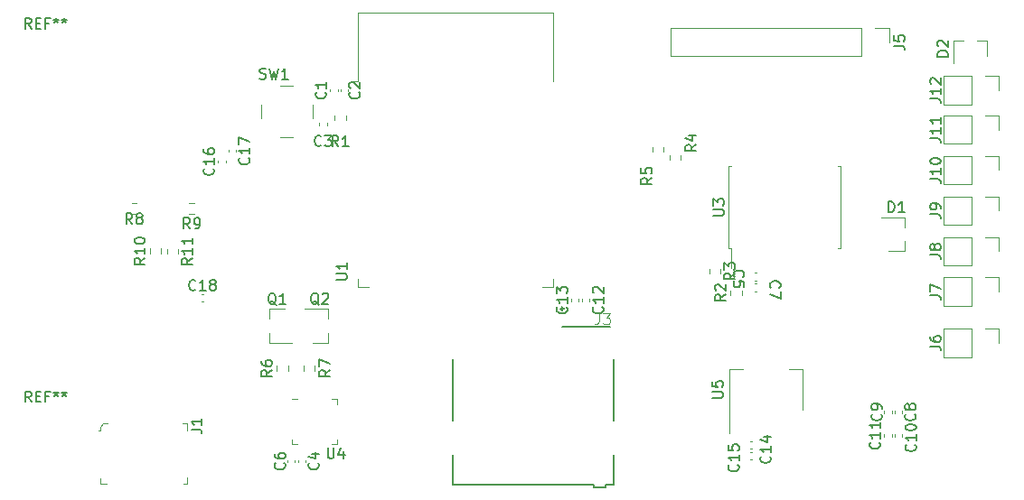
<source format=gbr>
%TF.GenerationSoftware,KiCad,Pcbnew,(5.1.8)-1*%
%TF.CreationDate,2021-03-10T15:17:51+00:00*%
%TF.ProjectId,Project_2_smaller,50726f6a-6563-4745-9f32-5f736d616c6c,rev?*%
%TF.SameCoordinates,Original*%
%TF.FileFunction,Legend,Top*%
%TF.FilePolarity,Positive*%
%FSLAX46Y46*%
G04 Gerber Fmt 4.6, Leading zero omitted, Abs format (unit mm)*
G04 Created by KiCad (PCBNEW (5.1.8)-1) date 2021-03-10 15:17:51*
%MOMM*%
%LPD*%
G01*
G04 APERTURE LIST*
%ADD10C,0.100000*%
%ADD11C,0.200000*%
%ADD12C,0.240000*%
%ADD13C,0.120000*%
%ADD14C,0.150000*%
%ADD15C,0.015000*%
G04 APERTURE END LIST*
D10*
%TO.C,J1*%
X112600000Y-139400000D02*
X112600000Y-139950000D01*
X112600000Y-139950000D02*
X113250000Y-139950000D01*
X120800000Y-139350000D02*
X120800000Y-139950000D01*
X120800000Y-139950000D02*
X120400000Y-139950000D01*
X120300000Y-134250000D02*
X120800000Y-134250000D01*
X120800000Y-134250000D02*
X120800000Y-134950000D01*
X113350000Y-134250000D02*
X112900000Y-134250000D01*
X112900000Y-134250000D02*
X112600000Y-134600000D01*
X112600000Y-134600000D02*
X112600000Y-134900000D01*
X112600000Y-134900000D02*
X112450000Y-134900000D01*
D11*
%TO.C,J3*%
X160700000Y-139980000D02*
X160700000Y-137200000D01*
X160000000Y-139980000D02*
X160700000Y-139980000D01*
X160000000Y-140230000D02*
X160000000Y-139980000D01*
X158900000Y-140230000D02*
X160000000Y-140230000D01*
X158900000Y-139980000D02*
X158900000Y-140230000D01*
D12*
X156020000Y-123500000D02*
G75*
G03*
X156020000Y-123500000I-120000J0D01*
G01*
D11*
X160700000Y-134000000D02*
X160700000Y-128200000D01*
X155900000Y-125230000D02*
X160400000Y-125230000D01*
X145650000Y-134000000D02*
X145650000Y-128200000D01*
X145650000Y-139980000D02*
X145650000Y-137200000D01*
X145650000Y-139980000D02*
X158900000Y-139980000D01*
D13*
%TO.C,R7*%
X131677500Y-129337258D02*
X131677500Y-128862742D01*
X132722500Y-129337258D02*
X132722500Y-128862742D01*
%TO.C,C1*%
X134140000Y-103122835D02*
X134140000Y-102907163D01*
X134860000Y-103122835D02*
X134860000Y-102907163D01*
%TO.C,C2*%
X135115001Y-103122835D02*
X135115001Y-102907163D01*
X135835001Y-103122835D02*
X135835001Y-102907163D01*
%TO.C,C3*%
X133140000Y-106307836D02*
X133140000Y-106092164D01*
X133860000Y-106307836D02*
X133860000Y-106092164D01*
%TO.C,C4*%
X131140000Y-137692164D02*
X131140000Y-137907836D01*
X131860000Y-137692164D02*
X131860000Y-137907836D01*
%TO.C,C5*%
X173892164Y-120860000D02*
X174107836Y-120860000D01*
X173892164Y-120140000D02*
X174107836Y-120140000D01*
%TO.C,C6*%
X130860000Y-137692164D02*
X130860000Y-137907836D01*
X130140000Y-137692164D02*
X130140000Y-137907836D01*
%TO.C,C7*%
X173892164Y-121140000D02*
X174107836Y-121140000D01*
X173892164Y-121860000D02*
X174107836Y-121860000D01*
%TO.C,C8*%
X187760000Y-133092164D02*
X187760000Y-133307836D01*
X187040000Y-133092164D02*
X187040000Y-133307836D01*
%TO.C,C9*%
X186760000Y-133092164D02*
X186760000Y-133307836D01*
X186040000Y-133092164D02*
X186040000Y-133307836D01*
%TO.C,C10*%
X187040000Y-135507836D02*
X187040000Y-135292164D01*
X187760000Y-135507836D02*
X187760000Y-135292164D01*
%TO.C,C11*%
X186760000Y-135507836D02*
X186760000Y-135292164D01*
X186040000Y-135507836D02*
X186040000Y-135292164D01*
%TO.C,C12*%
X158460000Y-122807836D02*
X158460000Y-122592164D01*
X157740000Y-122807836D02*
X157740000Y-122592164D01*
%TO.C,C13*%
X156725001Y-122807836D02*
X156725001Y-122592164D01*
X157445001Y-122807836D02*
X157445001Y-122592164D01*
%TO.C,C14*%
X173707836Y-135940000D02*
X173492164Y-135940000D01*
X173707836Y-136660000D02*
X173492164Y-136660000D01*
%TO.C,C15*%
X173707836Y-137660000D02*
X173492164Y-137660000D01*
X173707836Y-136940000D02*
X173492164Y-136940000D01*
%TO.C,C16*%
X124360000Y-109807836D02*
X124360000Y-109592164D01*
X123640000Y-109807836D02*
X123640000Y-109592164D01*
%TO.C,C17*%
X125360000Y-108592164D02*
X125360000Y-108807836D01*
X124640000Y-108592164D02*
X124640000Y-108807836D01*
%TO.C,C18*%
X122092164Y-122860000D02*
X122307836Y-122860000D01*
X122092164Y-122140000D02*
X122307836Y-122140000D01*
%TO.C,D1*%
X187960000Y-118080000D02*
X187960000Y-117150000D01*
X187960000Y-114920000D02*
X187960000Y-115850000D01*
X187960000Y-114920000D02*
X185800000Y-114920000D01*
X187960000Y-118080000D02*
X186500000Y-118080000D01*
%TO.C,D2*%
X195680000Y-98340000D02*
X195680000Y-99800000D01*
X192520000Y-98340000D02*
X192520000Y-100500000D01*
X192520000Y-98340000D02*
X193450000Y-98340000D01*
X195680000Y-98340000D02*
X194750000Y-98340000D01*
%TO.C,J5*%
X186530000Y-97170000D02*
X186530000Y-98500000D01*
X185200000Y-97170000D02*
X186530000Y-97170000D01*
X183930000Y-97170000D02*
X183930000Y-99830000D01*
X183930000Y-99830000D02*
X166090000Y-99830000D01*
X183930000Y-97170000D02*
X166090000Y-97170000D01*
X166090000Y-97170000D02*
X166090000Y-99830000D01*
%TO.C,J6*%
X196830000Y-125370000D02*
X196830000Y-126700000D01*
X195500000Y-125370000D02*
X196830000Y-125370000D01*
X194230000Y-125370000D02*
X194230000Y-128030000D01*
X194230000Y-128030000D02*
X191630000Y-128030000D01*
X194230000Y-125370000D02*
X191630000Y-125370000D01*
X191630000Y-125370000D02*
X191630000Y-128030000D01*
%TO.C,J7*%
X196830000Y-120570000D02*
X196830000Y-121900000D01*
X195500000Y-120570000D02*
X196830000Y-120570000D01*
X194230000Y-120570000D02*
X194230000Y-123230000D01*
X194230000Y-123230000D02*
X191630000Y-123230000D01*
X194230000Y-120570000D02*
X191630000Y-120570000D01*
X191630000Y-120570000D02*
X191630000Y-123230000D01*
%TO.C,J8*%
X191630000Y-116770000D02*
X191630000Y-119430000D01*
X194230000Y-116770000D02*
X191630000Y-116770000D01*
X194230000Y-119430000D02*
X191630000Y-119430000D01*
X194230000Y-116770000D02*
X194230000Y-119430000D01*
X195500000Y-116770000D02*
X196830000Y-116770000D01*
X196830000Y-116770000D02*
X196830000Y-118100000D01*
%TO.C,J9*%
X196830000Y-112970000D02*
X196830000Y-114300000D01*
X195500000Y-112970000D02*
X196830000Y-112970000D01*
X194230000Y-112970000D02*
X194230000Y-115630000D01*
X194230000Y-115630000D02*
X191630000Y-115630000D01*
X194230000Y-112970000D02*
X191630000Y-112970000D01*
X191630000Y-112970000D02*
X191630000Y-115630000D01*
%TO.C,J10*%
X196830000Y-109170000D02*
X196830000Y-110500000D01*
X195500000Y-109170000D02*
X196830000Y-109170000D01*
X194230000Y-109170000D02*
X194230000Y-111830000D01*
X194230000Y-111830000D02*
X191630000Y-111830000D01*
X194230000Y-109170000D02*
X191630000Y-109170000D01*
X191630000Y-109170000D02*
X191630000Y-111830000D01*
%TO.C,J11*%
X191630000Y-105370000D02*
X191630000Y-108030000D01*
X194230000Y-105370000D02*
X191630000Y-105370000D01*
X194230000Y-108030000D02*
X191630000Y-108030000D01*
X194230000Y-105370000D02*
X194230000Y-108030000D01*
X195500000Y-105370000D02*
X196830000Y-105370000D01*
X196830000Y-105370000D02*
X196830000Y-106700000D01*
%TO.C,J12*%
X191630000Y-101670000D02*
X191630000Y-104330000D01*
X194230000Y-101670000D02*
X191630000Y-101670000D01*
X194230000Y-104330000D02*
X191630000Y-104330000D01*
X194230000Y-101670000D02*
X194230000Y-104330000D01*
X195500000Y-101670000D02*
X196830000Y-101670000D01*
X196830000Y-101670000D02*
X196830000Y-103000000D01*
%TO.C,Q1*%
X128440000Y-123520000D02*
X128440000Y-124450000D01*
X128440000Y-126680000D02*
X128440000Y-125750000D01*
X128440000Y-126680000D02*
X130600000Y-126680000D01*
X128440000Y-123520000D02*
X129900000Y-123520000D01*
%TO.C,Q2*%
X133960000Y-126680000D02*
X132500000Y-126680000D01*
X133960000Y-123520000D02*
X131800000Y-123520000D01*
X133960000Y-123520000D02*
X133960000Y-124450000D01*
X133960000Y-126680000D02*
X133960000Y-125750000D01*
%TO.C,R1*%
X135622500Y-105837258D02*
X135622500Y-105362742D01*
X134577500Y-105837258D02*
X134577500Y-105362742D01*
%TO.C,R2*%
X172722500Y-122237258D02*
X172722500Y-121762742D01*
X171677500Y-122237258D02*
X171677500Y-121762742D01*
%TO.C,R3*%
X170722500Y-119762742D02*
X170722500Y-120237258D01*
X169677500Y-119762742D02*
X169677500Y-120237258D01*
%TO.C,R4*%
X165977500Y-109537258D02*
X165977500Y-109062742D01*
X167022500Y-109537258D02*
X167022500Y-109062742D01*
%TO.C,R5*%
X164327500Y-108787258D02*
X164327500Y-108312742D01*
X165372500Y-108787258D02*
X165372500Y-108312742D01*
%TO.C,R6*%
X130222500Y-129337258D02*
X130222500Y-128862742D01*
X129177500Y-129337258D02*
X129177500Y-128862742D01*
%TO.C,R8*%
X115562742Y-113577500D02*
X116037258Y-113577500D01*
X115562742Y-114622500D02*
X116037258Y-114622500D01*
%TO.C,R9*%
X121437258Y-114622500D02*
X120962742Y-114622500D01*
X121437258Y-113577500D02*
X120962742Y-113577500D01*
%TO.C,R10*%
X117277500Y-118337258D02*
X117277500Y-117862742D01*
X118322500Y-118337258D02*
X118322500Y-117862742D01*
%TO.C,R11*%
X118877500Y-118362258D02*
X118877500Y-117887742D01*
X119922500Y-118362258D02*
X119922500Y-117887742D01*
D10*
%TO.C,SW1*%
X132500000Y-105000000D02*
X132500000Y-104400000D01*
X132500000Y-105000000D02*
X132500000Y-105600000D01*
X130100000Y-107400000D02*
X129500000Y-107400000D01*
X130100000Y-107400000D02*
X130700000Y-107400000D01*
X127700000Y-105000000D02*
X127700000Y-104400000D01*
X127700000Y-105000000D02*
X127700000Y-105600000D01*
X130100000Y-102600000D02*
X129500000Y-102600000D01*
X130100000Y-102600000D02*
X130700000Y-102600000D01*
D13*
%TO.C,U1*%
X136780000Y-120700000D02*
X136780000Y-121480000D01*
X136780000Y-121480000D02*
X137780000Y-121480000D01*
X155020000Y-120700000D02*
X155020000Y-121480000D01*
X155020000Y-121480000D02*
X154020000Y-121480000D01*
X136780000Y-95735000D02*
X155020000Y-95735000D01*
X155020000Y-95735000D02*
X155020000Y-102155000D01*
X136780000Y-95735000D02*
X136780000Y-102155000D01*
X136780000Y-102155000D02*
X136400000Y-102155000D01*
%TO.C,U3*%
X171695000Y-117860000D02*
X171695000Y-119675000D01*
X171440000Y-117860000D02*
X171695000Y-117860000D01*
X171440000Y-114000000D02*
X171440000Y-117860000D01*
X171440000Y-110140000D02*
X171695000Y-110140000D01*
X171440000Y-114000000D02*
X171440000Y-110140000D01*
X181960000Y-117860000D02*
X181705000Y-117860000D01*
X181960000Y-114000000D02*
X181960000Y-117860000D01*
X181960000Y-110140000D02*
X181705000Y-110140000D01*
X181960000Y-114000000D02*
X181960000Y-110140000D01*
%TO.C,U4*%
X134335000Y-131990000D02*
X134810000Y-131990000D01*
X134810000Y-131990000D02*
X134810000Y-132465000D01*
X131065000Y-136210000D02*
X130590000Y-136210000D01*
X130590000Y-136210000D02*
X130590000Y-135735000D01*
X134335000Y-136210000D02*
X134810000Y-136210000D01*
X134810000Y-136210000D02*
X134810000Y-135735000D01*
X131065000Y-131990000D02*
X130590000Y-131990000D01*
%TO.C,U5*%
X171590000Y-135200000D02*
X171590000Y-129190000D01*
X178410000Y-132950000D02*
X178410000Y-129190000D01*
X171590000Y-129190000D02*
X172850000Y-129190000D01*
X178410000Y-129190000D02*
X177150000Y-129190000D01*
%TO.C,REF\u002A\u002A*%
D14*
X106166666Y-132252380D02*
X105833333Y-131776190D01*
X105595238Y-132252380D02*
X105595238Y-131252380D01*
X105976190Y-131252380D01*
X106071428Y-131300000D01*
X106119047Y-131347619D01*
X106166666Y-131442857D01*
X106166666Y-131585714D01*
X106119047Y-131680952D01*
X106071428Y-131728571D01*
X105976190Y-131776190D01*
X105595238Y-131776190D01*
X106595238Y-131728571D02*
X106928571Y-131728571D01*
X107071428Y-132252380D02*
X106595238Y-132252380D01*
X106595238Y-131252380D01*
X107071428Y-131252380D01*
X107833333Y-131728571D02*
X107500000Y-131728571D01*
X107500000Y-132252380D02*
X107500000Y-131252380D01*
X107976190Y-131252380D01*
X108500000Y-131252380D02*
X108500000Y-131490476D01*
X108261904Y-131395238D02*
X108500000Y-131490476D01*
X108738095Y-131395238D01*
X108357142Y-131680952D02*
X108500000Y-131490476D01*
X108642857Y-131680952D01*
X109261904Y-131252380D02*
X109261904Y-131490476D01*
X109023809Y-131395238D02*
X109261904Y-131490476D01*
X109500000Y-131395238D01*
X109119047Y-131680952D02*
X109261904Y-131490476D01*
X109404761Y-131680952D01*
X106166666Y-97252380D02*
X105833333Y-96776190D01*
X105595238Y-97252380D02*
X105595238Y-96252380D01*
X105976190Y-96252380D01*
X106071428Y-96300000D01*
X106119047Y-96347619D01*
X106166666Y-96442857D01*
X106166666Y-96585714D01*
X106119047Y-96680952D01*
X106071428Y-96728571D01*
X105976190Y-96776190D01*
X105595238Y-96776190D01*
X106595238Y-96728571D02*
X106928571Y-96728571D01*
X107071428Y-97252380D02*
X106595238Y-97252380D01*
X106595238Y-96252380D01*
X107071428Y-96252380D01*
X107833333Y-96728571D02*
X107500000Y-96728571D01*
X107500000Y-97252380D02*
X107500000Y-96252380D01*
X107976190Y-96252380D01*
X108500000Y-96252380D02*
X108500000Y-96490476D01*
X108261904Y-96395238D02*
X108500000Y-96490476D01*
X108738095Y-96395238D01*
X108357142Y-96680952D02*
X108500000Y-96490476D01*
X108642857Y-96680952D01*
X109261904Y-96252380D02*
X109261904Y-96490476D01*
X109023809Y-96395238D02*
X109261904Y-96490476D01*
X109500000Y-96395238D01*
X109119047Y-96680952D02*
X109261904Y-96490476D01*
X109404761Y-96680952D01*
%TO.C,J1*%
X121152380Y-134833333D02*
X121866666Y-134833333D01*
X122009523Y-134880952D01*
X122104761Y-134976190D01*
X122152380Y-135119047D01*
X122152380Y-135214285D01*
X122152380Y-133833333D02*
X122152380Y-134404761D01*
X122152380Y-134119047D02*
X121152380Y-134119047D01*
X121295238Y-134214285D01*
X121390476Y-134309523D01*
X121438095Y-134404761D01*
%TO.C,J3*%
D15*
X159366666Y-123952380D02*
X159366666Y-124666666D01*
X159319047Y-124809523D01*
X159223809Y-124904761D01*
X159080952Y-124952380D01*
X158985714Y-124952380D01*
X159747619Y-123952380D02*
X160366666Y-123952380D01*
X160033333Y-124333333D01*
X160176190Y-124333333D01*
X160271428Y-124380952D01*
X160319047Y-124428571D01*
X160366666Y-124523809D01*
X160366666Y-124761904D01*
X160319047Y-124857142D01*
X160271428Y-124904761D01*
X160176190Y-124952380D01*
X159890476Y-124952380D01*
X159795238Y-124904761D01*
X159747619Y-124857142D01*
%TO.C,R7*%
D14*
X134152380Y-129266666D02*
X133676190Y-129600000D01*
X134152380Y-129838095D02*
X133152380Y-129838095D01*
X133152380Y-129457142D01*
X133200000Y-129361904D01*
X133247619Y-129314285D01*
X133342857Y-129266666D01*
X133485714Y-129266666D01*
X133580952Y-129314285D01*
X133628571Y-129361904D01*
X133676190Y-129457142D01*
X133676190Y-129838095D01*
X133152380Y-128933333D02*
X133152380Y-128266666D01*
X134152380Y-128695238D01*
%TO.C,C1*%
X133697142Y-103181665D02*
X133744761Y-103229284D01*
X133792380Y-103372141D01*
X133792380Y-103467379D01*
X133744761Y-103610237D01*
X133649523Y-103705475D01*
X133554285Y-103753094D01*
X133363809Y-103800713D01*
X133220952Y-103800713D01*
X133030476Y-103753094D01*
X132935238Y-103705475D01*
X132840000Y-103610237D01*
X132792380Y-103467379D01*
X132792380Y-103372141D01*
X132840000Y-103229284D01*
X132887619Y-103181665D01*
X133792380Y-102229284D02*
X133792380Y-102800713D01*
X133792380Y-102514999D02*
X132792380Y-102514999D01*
X132935238Y-102610237D01*
X133030476Y-102705475D01*
X133078095Y-102800713D01*
%TO.C,C2*%
X136857142Y-103181665D02*
X136904761Y-103229284D01*
X136952380Y-103372141D01*
X136952380Y-103467379D01*
X136904761Y-103610237D01*
X136809523Y-103705475D01*
X136714285Y-103753094D01*
X136523809Y-103800713D01*
X136380952Y-103800713D01*
X136190476Y-103753094D01*
X136095238Y-103705475D01*
X136000000Y-103610237D01*
X135952380Y-103467379D01*
X135952380Y-103372141D01*
X136000000Y-103229284D01*
X136047619Y-103181665D01*
X136047619Y-102800713D02*
X136000000Y-102753094D01*
X135952380Y-102657856D01*
X135952380Y-102419760D01*
X136000000Y-102324522D01*
X136047619Y-102276903D01*
X136142857Y-102229284D01*
X136238095Y-102229284D01*
X136380952Y-102276903D01*
X136952380Y-102848332D01*
X136952380Y-102229284D01*
%TO.C,C3*%
X133333333Y-108157142D02*
X133285714Y-108204761D01*
X133142857Y-108252380D01*
X133047619Y-108252380D01*
X132904761Y-108204761D01*
X132809523Y-108109523D01*
X132761904Y-108014285D01*
X132714285Y-107823809D01*
X132714285Y-107680952D01*
X132761904Y-107490476D01*
X132809523Y-107395238D01*
X132904761Y-107300000D01*
X133047619Y-107252380D01*
X133142857Y-107252380D01*
X133285714Y-107300000D01*
X133333333Y-107347619D01*
X133666666Y-107252380D02*
X134285714Y-107252380D01*
X133952380Y-107633333D01*
X134095238Y-107633333D01*
X134190476Y-107680952D01*
X134238095Y-107728571D01*
X134285714Y-107823809D01*
X134285714Y-108061904D01*
X134238095Y-108157142D01*
X134190476Y-108204761D01*
X134095238Y-108252380D01*
X133809523Y-108252380D01*
X133714285Y-108204761D01*
X133666666Y-108157142D01*
%TO.C,C4*%
X133017142Y-137966666D02*
X133064761Y-138014285D01*
X133112380Y-138157142D01*
X133112380Y-138252380D01*
X133064761Y-138395238D01*
X132969523Y-138490476D01*
X132874285Y-138538095D01*
X132683809Y-138585714D01*
X132540952Y-138585714D01*
X132350476Y-138538095D01*
X132255238Y-138490476D01*
X132160000Y-138395238D01*
X132112380Y-138252380D01*
X132112380Y-138157142D01*
X132160000Y-138014285D01*
X132207619Y-137966666D01*
X132445714Y-137109523D02*
X133112380Y-137109523D01*
X132064761Y-137347619D02*
X132779047Y-137585714D01*
X132779047Y-136966666D01*
%TO.C,C5*%
X172042857Y-120533333D02*
X171995238Y-120485714D01*
X171947619Y-120342857D01*
X171947619Y-120247619D01*
X171995238Y-120104761D01*
X172090476Y-120009523D01*
X172185714Y-119961904D01*
X172376190Y-119914285D01*
X172519047Y-119914285D01*
X172709523Y-119961904D01*
X172804761Y-120009523D01*
X172900000Y-120104761D01*
X172947619Y-120247619D01*
X172947619Y-120342857D01*
X172900000Y-120485714D01*
X172852380Y-120533333D01*
X172947619Y-121438095D02*
X172947619Y-120961904D01*
X172471428Y-120914285D01*
X172519047Y-120961904D01*
X172566666Y-121057142D01*
X172566666Y-121295238D01*
X172519047Y-121390476D01*
X172471428Y-121438095D01*
X172376190Y-121485714D01*
X172138095Y-121485714D01*
X172042857Y-121438095D01*
X171995238Y-121390476D01*
X171947619Y-121295238D01*
X171947619Y-121057142D01*
X171995238Y-120961904D01*
X172042857Y-120914285D01*
%TO.C,C6*%
X129857142Y-137966666D02*
X129904761Y-138014285D01*
X129952380Y-138157142D01*
X129952380Y-138252380D01*
X129904761Y-138395238D01*
X129809523Y-138490476D01*
X129714285Y-138538095D01*
X129523809Y-138585714D01*
X129380952Y-138585714D01*
X129190476Y-138538095D01*
X129095238Y-138490476D01*
X129000000Y-138395238D01*
X128952380Y-138252380D01*
X128952380Y-138157142D01*
X129000000Y-138014285D01*
X129047619Y-137966666D01*
X128952380Y-137109523D02*
X128952380Y-137300000D01*
X129000000Y-137395238D01*
X129047619Y-137442857D01*
X129190476Y-137538095D01*
X129380952Y-137585714D01*
X129761904Y-137585714D01*
X129857142Y-137538095D01*
X129904761Y-137490476D01*
X129952380Y-137395238D01*
X129952380Y-137204761D01*
X129904761Y-137109523D01*
X129857142Y-137061904D01*
X129761904Y-137014285D01*
X129523809Y-137014285D01*
X129428571Y-137061904D01*
X129380952Y-137109523D01*
X129333333Y-137204761D01*
X129333333Y-137395238D01*
X129380952Y-137490476D01*
X129428571Y-137538095D01*
X129523809Y-137585714D01*
%TO.C,C7*%
X175442857Y-121533333D02*
X175395238Y-121485714D01*
X175347619Y-121342857D01*
X175347619Y-121247619D01*
X175395238Y-121104761D01*
X175490476Y-121009523D01*
X175585714Y-120961904D01*
X175776190Y-120914285D01*
X175919047Y-120914285D01*
X176109523Y-120961904D01*
X176204761Y-121009523D01*
X176300000Y-121104761D01*
X176347619Y-121247619D01*
X176347619Y-121342857D01*
X176300000Y-121485714D01*
X176252380Y-121533333D01*
X176347619Y-121866666D02*
X176347619Y-122533333D01*
X175347619Y-122104761D01*
%TO.C,C8*%
X188917142Y-133366666D02*
X188964761Y-133414285D01*
X189012380Y-133557142D01*
X189012380Y-133652380D01*
X188964761Y-133795238D01*
X188869523Y-133890476D01*
X188774285Y-133938095D01*
X188583809Y-133985714D01*
X188440952Y-133985714D01*
X188250476Y-133938095D01*
X188155238Y-133890476D01*
X188060000Y-133795238D01*
X188012380Y-133652380D01*
X188012380Y-133557142D01*
X188060000Y-133414285D01*
X188107619Y-133366666D01*
X188440952Y-132795238D02*
X188393333Y-132890476D01*
X188345714Y-132938095D01*
X188250476Y-132985714D01*
X188202857Y-132985714D01*
X188107619Y-132938095D01*
X188060000Y-132890476D01*
X188012380Y-132795238D01*
X188012380Y-132604761D01*
X188060000Y-132509523D01*
X188107619Y-132461904D01*
X188202857Y-132414285D01*
X188250476Y-132414285D01*
X188345714Y-132461904D01*
X188393333Y-132509523D01*
X188440952Y-132604761D01*
X188440952Y-132795238D01*
X188488571Y-132890476D01*
X188536190Y-132938095D01*
X188631428Y-132985714D01*
X188821904Y-132985714D01*
X188917142Y-132938095D01*
X188964761Y-132890476D01*
X189012380Y-132795238D01*
X189012380Y-132604761D01*
X188964761Y-132509523D01*
X188917142Y-132461904D01*
X188821904Y-132414285D01*
X188631428Y-132414285D01*
X188536190Y-132461904D01*
X188488571Y-132509523D01*
X188440952Y-132604761D01*
%TO.C,C9*%
X185757142Y-133366666D02*
X185804761Y-133414285D01*
X185852380Y-133557142D01*
X185852380Y-133652380D01*
X185804761Y-133795238D01*
X185709523Y-133890476D01*
X185614285Y-133938095D01*
X185423809Y-133985714D01*
X185280952Y-133985714D01*
X185090476Y-133938095D01*
X184995238Y-133890476D01*
X184900000Y-133795238D01*
X184852380Y-133652380D01*
X184852380Y-133557142D01*
X184900000Y-133414285D01*
X184947619Y-133366666D01*
X185852380Y-132890476D02*
X185852380Y-132700000D01*
X185804761Y-132604761D01*
X185757142Y-132557142D01*
X185614285Y-132461904D01*
X185423809Y-132414285D01*
X185042857Y-132414285D01*
X184947619Y-132461904D01*
X184900000Y-132509523D01*
X184852380Y-132604761D01*
X184852380Y-132795238D01*
X184900000Y-132890476D01*
X184947619Y-132938095D01*
X185042857Y-132985714D01*
X185280952Y-132985714D01*
X185376190Y-132938095D01*
X185423809Y-132890476D01*
X185471428Y-132795238D01*
X185471428Y-132604761D01*
X185423809Y-132509523D01*
X185376190Y-132461904D01*
X185280952Y-132414285D01*
%TO.C,C10*%
X188957142Y-136242857D02*
X189004761Y-136290476D01*
X189052380Y-136433333D01*
X189052380Y-136528571D01*
X189004761Y-136671428D01*
X188909523Y-136766666D01*
X188814285Y-136814285D01*
X188623809Y-136861904D01*
X188480952Y-136861904D01*
X188290476Y-136814285D01*
X188195238Y-136766666D01*
X188100000Y-136671428D01*
X188052380Y-136528571D01*
X188052380Y-136433333D01*
X188100000Y-136290476D01*
X188147619Y-136242857D01*
X189052380Y-135290476D02*
X189052380Y-135861904D01*
X189052380Y-135576190D02*
X188052380Y-135576190D01*
X188195238Y-135671428D01*
X188290476Y-135766666D01*
X188338095Y-135861904D01*
X188052380Y-134671428D02*
X188052380Y-134576190D01*
X188100000Y-134480952D01*
X188147619Y-134433333D01*
X188242857Y-134385714D01*
X188433333Y-134338095D01*
X188671428Y-134338095D01*
X188861904Y-134385714D01*
X188957142Y-134433333D01*
X189004761Y-134480952D01*
X189052380Y-134576190D01*
X189052380Y-134671428D01*
X189004761Y-134766666D01*
X188957142Y-134814285D01*
X188861904Y-134861904D01*
X188671428Y-134909523D01*
X188433333Y-134909523D01*
X188242857Y-134861904D01*
X188147619Y-134814285D01*
X188100000Y-134766666D01*
X188052380Y-134671428D01*
%TO.C,C11*%
X185597142Y-136042857D02*
X185644761Y-136090476D01*
X185692380Y-136233333D01*
X185692380Y-136328571D01*
X185644761Y-136471428D01*
X185549523Y-136566666D01*
X185454285Y-136614285D01*
X185263809Y-136661904D01*
X185120952Y-136661904D01*
X184930476Y-136614285D01*
X184835238Y-136566666D01*
X184740000Y-136471428D01*
X184692380Y-136328571D01*
X184692380Y-136233333D01*
X184740000Y-136090476D01*
X184787619Y-136042857D01*
X185692380Y-135090476D02*
X185692380Y-135661904D01*
X185692380Y-135376190D02*
X184692380Y-135376190D01*
X184835238Y-135471428D01*
X184930476Y-135566666D01*
X184978095Y-135661904D01*
X185692380Y-134138095D02*
X185692380Y-134709523D01*
X185692380Y-134423809D02*
X184692380Y-134423809D01*
X184835238Y-134519047D01*
X184930476Y-134614285D01*
X184978095Y-134709523D01*
%TO.C,C12*%
X159657142Y-123342857D02*
X159704761Y-123390476D01*
X159752380Y-123533333D01*
X159752380Y-123628571D01*
X159704761Y-123771428D01*
X159609523Y-123866666D01*
X159514285Y-123914285D01*
X159323809Y-123961904D01*
X159180952Y-123961904D01*
X158990476Y-123914285D01*
X158895238Y-123866666D01*
X158800000Y-123771428D01*
X158752380Y-123628571D01*
X158752380Y-123533333D01*
X158800000Y-123390476D01*
X158847619Y-123342857D01*
X159752380Y-122390476D02*
X159752380Y-122961904D01*
X159752380Y-122676190D02*
X158752380Y-122676190D01*
X158895238Y-122771428D01*
X158990476Y-122866666D01*
X159038095Y-122961904D01*
X158847619Y-122009523D02*
X158800000Y-121961904D01*
X158752380Y-121866666D01*
X158752380Y-121628571D01*
X158800000Y-121533333D01*
X158847619Y-121485714D01*
X158942857Y-121438095D01*
X159038095Y-121438095D01*
X159180952Y-121485714D01*
X159752380Y-122057142D01*
X159752380Y-121438095D01*
%TO.C,C13*%
X156282143Y-123342857D02*
X156329762Y-123390476D01*
X156377381Y-123533333D01*
X156377381Y-123628571D01*
X156329762Y-123771428D01*
X156234524Y-123866666D01*
X156139286Y-123914285D01*
X155948810Y-123961904D01*
X155805953Y-123961904D01*
X155615477Y-123914285D01*
X155520239Y-123866666D01*
X155425001Y-123771428D01*
X155377381Y-123628571D01*
X155377381Y-123533333D01*
X155425001Y-123390476D01*
X155472620Y-123342857D01*
X156377381Y-122390476D02*
X156377381Y-122961904D01*
X156377381Y-122676190D02*
X155377381Y-122676190D01*
X155520239Y-122771428D01*
X155615477Y-122866666D01*
X155663096Y-122961904D01*
X155377381Y-122057142D02*
X155377381Y-121438095D01*
X155758334Y-121771428D01*
X155758334Y-121628571D01*
X155805953Y-121533333D01*
X155853572Y-121485714D01*
X155948810Y-121438095D01*
X156186905Y-121438095D01*
X156282143Y-121485714D01*
X156329762Y-121533333D01*
X156377381Y-121628571D01*
X156377381Y-121914285D01*
X156329762Y-122009523D01*
X156282143Y-122057142D01*
%TO.C,C14*%
X175357142Y-137342857D02*
X175404761Y-137390476D01*
X175452380Y-137533333D01*
X175452380Y-137628571D01*
X175404761Y-137771428D01*
X175309523Y-137866666D01*
X175214285Y-137914285D01*
X175023809Y-137961904D01*
X174880952Y-137961904D01*
X174690476Y-137914285D01*
X174595238Y-137866666D01*
X174500000Y-137771428D01*
X174452380Y-137628571D01*
X174452380Y-137533333D01*
X174500000Y-137390476D01*
X174547619Y-137342857D01*
X175452380Y-136390476D02*
X175452380Y-136961904D01*
X175452380Y-136676190D02*
X174452380Y-136676190D01*
X174595238Y-136771428D01*
X174690476Y-136866666D01*
X174738095Y-136961904D01*
X174785714Y-135533333D02*
X175452380Y-135533333D01*
X174404761Y-135771428D02*
X175119047Y-136009523D01*
X175119047Y-135390476D01*
%TO.C,C15*%
X172357142Y-138142857D02*
X172404761Y-138190476D01*
X172452380Y-138333333D01*
X172452380Y-138428571D01*
X172404761Y-138571428D01*
X172309523Y-138666666D01*
X172214285Y-138714285D01*
X172023809Y-138761904D01*
X171880952Y-138761904D01*
X171690476Y-138714285D01*
X171595238Y-138666666D01*
X171500000Y-138571428D01*
X171452380Y-138428571D01*
X171452380Y-138333333D01*
X171500000Y-138190476D01*
X171547619Y-138142857D01*
X172452380Y-137190476D02*
X172452380Y-137761904D01*
X172452380Y-137476190D02*
X171452380Y-137476190D01*
X171595238Y-137571428D01*
X171690476Y-137666666D01*
X171738095Y-137761904D01*
X171452380Y-136285714D02*
X171452380Y-136761904D01*
X171928571Y-136809523D01*
X171880952Y-136761904D01*
X171833333Y-136666666D01*
X171833333Y-136428571D01*
X171880952Y-136333333D01*
X171928571Y-136285714D01*
X172023809Y-136238095D01*
X172261904Y-136238095D01*
X172357142Y-136285714D01*
X172404761Y-136333333D01*
X172452380Y-136428571D01*
X172452380Y-136666666D01*
X172404761Y-136761904D01*
X172357142Y-136809523D01*
%TO.C,C16*%
X123197142Y-110342857D02*
X123244761Y-110390476D01*
X123292380Y-110533333D01*
X123292380Y-110628571D01*
X123244761Y-110771428D01*
X123149523Y-110866666D01*
X123054285Y-110914285D01*
X122863809Y-110961904D01*
X122720952Y-110961904D01*
X122530476Y-110914285D01*
X122435238Y-110866666D01*
X122340000Y-110771428D01*
X122292380Y-110628571D01*
X122292380Y-110533333D01*
X122340000Y-110390476D01*
X122387619Y-110342857D01*
X123292380Y-109390476D02*
X123292380Y-109961904D01*
X123292380Y-109676190D02*
X122292380Y-109676190D01*
X122435238Y-109771428D01*
X122530476Y-109866666D01*
X122578095Y-109961904D01*
X122292380Y-108533333D02*
X122292380Y-108723809D01*
X122340000Y-108819047D01*
X122387619Y-108866666D01*
X122530476Y-108961904D01*
X122720952Y-109009523D01*
X123101904Y-109009523D01*
X123197142Y-108961904D01*
X123244761Y-108914285D01*
X123292380Y-108819047D01*
X123292380Y-108628571D01*
X123244761Y-108533333D01*
X123197142Y-108485714D01*
X123101904Y-108438095D01*
X122863809Y-108438095D01*
X122768571Y-108485714D01*
X122720952Y-108533333D01*
X122673333Y-108628571D01*
X122673333Y-108819047D01*
X122720952Y-108914285D01*
X122768571Y-108961904D01*
X122863809Y-109009523D01*
%TO.C,C17*%
X126517142Y-109342857D02*
X126564761Y-109390476D01*
X126612380Y-109533333D01*
X126612380Y-109628571D01*
X126564761Y-109771428D01*
X126469523Y-109866666D01*
X126374285Y-109914285D01*
X126183809Y-109961904D01*
X126040952Y-109961904D01*
X125850476Y-109914285D01*
X125755238Y-109866666D01*
X125660000Y-109771428D01*
X125612380Y-109628571D01*
X125612380Y-109533333D01*
X125660000Y-109390476D01*
X125707619Y-109342857D01*
X126612380Y-108390476D02*
X126612380Y-108961904D01*
X126612380Y-108676190D02*
X125612380Y-108676190D01*
X125755238Y-108771428D01*
X125850476Y-108866666D01*
X125898095Y-108961904D01*
X125612380Y-108057142D02*
X125612380Y-107390476D01*
X126612380Y-107819047D01*
%TO.C,C18*%
X121557142Y-121697142D02*
X121509523Y-121744761D01*
X121366666Y-121792380D01*
X121271428Y-121792380D01*
X121128571Y-121744761D01*
X121033333Y-121649523D01*
X120985714Y-121554285D01*
X120938095Y-121363809D01*
X120938095Y-121220952D01*
X120985714Y-121030476D01*
X121033333Y-120935238D01*
X121128571Y-120840000D01*
X121271428Y-120792380D01*
X121366666Y-120792380D01*
X121509523Y-120840000D01*
X121557142Y-120887619D01*
X122509523Y-121792380D02*
X121938095Y-121792380D01*
X122223809Y-121792380D02*
X122223809Y-120792380D01*
X122128571Y-120935238D01*
X122033333Y-121030476D01*
X121938095Y-121078095D01*
X123080952Y-121220952D02*
X122985714Y-121173333D01*
X122938095Y-121125714D01*
X122890476Y-121030476D01*
X122890476Y-120982857D01*
X122938095Y-120887619D01*
X122985714Y-120840000D01*
X123080952Y-120792380D01*
X123271428Y-120792380D01*
X123366666Y-120840000D01*
X123414285Y-120887619D01*
X123461904Y-120982857D01*
X123461904Y-121030476D01*
X123414285Y-121125714D01*
X123366666Y-121173333D01*
X123271428Y-121220952D01*
X123080952Y-121220952D01*
X122985714Y-121268571D01*
X122938095Y-121316190D01*
X122890476Y-121411428D01*
X122890476Y-121601904D01*
X122938095Y-121697142D01*
X122985714Y-121744761D01*
X123080952Y-121792380D01*
X123271428Y-121792380D01*
X123366666Y-121744761D01*
X123414285Y-121697142D01*
X123461904Y-121601904D01*
X123461904Y-121411428D01*
X123414285Y-121316190D01*
X123366666Y-121268571D01*
X123271428Y-121220952D01*
%TO.C,D1*%
X186461904Y-114452380D02*
X186461904Y-113452380D01*
X186700000Y-113452380D01*
X186842857Y-113500000D01*
X186938095Y-113595238D01*
X186985714Y-113690476D01*
X187033333Y-113880952D01*
X187033333Y-114023809D01*
X186985714Y-114214285D01*
X186938095Y-114309523D01*
X186842857Y-114404761D01*
X186700000Y-114452380D01*
X186461904Y-114452380D01*
X187985714Y-114452380D02*
X187414285Y-114452380D01*
X187700000Y-114452380D02*
X187700000Y-113452380D01*
X187604761Y-113595238D01*
X187509523Y-113690476D01*
X187414285Y-113738095D01*
%TO.C,D2*%
X192052380Y-99838095D02*
X191052380Y-99838095D01*
X191052380Y-99600000D01*
X191100000Y-99457142D01*
X191195238Y-99361904D01*
X191290476Y-99314285D01*
X191480952Y-99266666D01*
X191623809Y-99266666D01*
X191814285Y-99314285D01*
X191909523Y-99361904D01*
X192004761Y-99457142D01*
X192052380Y-99600000D01*
X192052380Y-99838095D01*
X191147619Y-98885714D02*
X191100000Y-98838095D01*
X191052380Y-98742857D01*
X191052380Y-98504761D01*
X191100000Y-98409523D01*
X191147619Y-98361904D01*
X191242857Y-98314285D01*
X191338095Y-98314285D01*
X191480952Y-98361904D01*
X192052380Y-98933333D01*
X192052380Y-98314285D01*
%TO.C,J5*%
X186982380Y-98833333D02*
X187696666Y-98833333D01*
X187839523Y-98880952D01*
X187934761Y-98976190D01*
X187982380Y-99119047D01*
X187982380Y-99214285D01*
X186982380Y-97880952D02*
X186982380Y-98357142D01*
X187458571Y-98404761D01*
X187410952Y-98357142D01*
X187363333Y-98261904D01*
X187363333Y-98023809D01*
X187410952Y-97928571D01*
X187458571Y-97880952D01*
X187553809Y-97833333D01*
X187791904Y-97833333D01*
X187887142Y-97880952D01*
X187934761Y-97928571D01*
X187982380Y-98023809D01*
X187982380Y-98261904D01*
X187934761Y-98357142D01*
X187887142Y-98404761D01*
%TO.C,J6*%
X190352380Y-127033333D02*
X191066666Y-127033333D01*
X191209523Y-127080952D01*
X191304761Y-127176190D01*
X191352380Y-127319047D01*
X191352380Y-127414285D01*
X190352380Y-126128571D02*
X190352380Y-126319047D01*
X190400000Y-126414285D01*
X190447619Y-126461904D01*
X190590476Y-126557142D01*
X190780952Y-126604761D01*
X191161904Y-126604761D01*
X191257142Y-126557142D01*
X191304761Y-126509523D01*
X191352380Y-126414285D01*
X191352380Y-126223809D01*
X191304761Y-126128571D01*
X191257142Y-126080952D01*
X191161904Y-126033333D01*
X190923809Y-126033333D01*
X190828571Y-126080952D01*
X190780952Y-126128571D01*
X190733333Y-126223809D01*
X190733333Y-126414285D01*
X190780952Y-126509523D01*
X190828571Y-126557142D01*
X190923809Y-126604761D01*
%TO.C,J7*%
X190352380Y-122233333D02*
X191066666Y-122233333D01*
X191209523Y-122280952D01*
X191304761Y-122376190D01*
X191352380Y-122519047D01*
X191352380Y-122614285D01*
X190352380Y-121852380D02*
X190352380Y-121185714D01*
X191352380Y-121614285D01*
%TO.C,J8*%
X190352380Y-118433333D02*
X191066666Y-118433333D01*
X191209523Y-118480952D01*
X191304761Y-118576190D01*
X191352380Y-118719047D01*
X191352380Y-118814285D01*
X190780952Y-117814285D02*
X190733333Y-117909523D01*
X190685714Y-117957142D01*
X190590476Y-118004761D01*
X190542857Y-118004761D01*
X190447619Y-117957142D01*
X190400000Y-117909523D01*
X190352380Y-117814285D01*
X190352380Y-117623809D01*
X190400000Y-117528571D01*
X190447619Y-117480952D01*
X190542857Y-117433333D01*
X190590476Y-117433333D01*
X190685714Y-117480952D01*
X190733333Y-117528571D01*
X190780952Y-117623809D01*
X190780952Y-117814285D01*
X190828571Y-117909523D01*
X190876190Y-117957142D01*
X190971428Y-118004761D01*
X191161904Y-118004761D01*
X191257142Y-117957142D01*
X191304761Y-117909523D01*
X191352380Y-117814285D01*
X191352380Y-117623809D01*
X191304761Y-117528571D01*
X191257142Y-117480952D01*
X191161904Y-117433333D01*
X190971428Y-117433333D01*
X190876190Y-117480952D01*
X190828571Y-117528571D01*
X190780952Y-117623809D01*
%TO.C,J9*%
X190352380Y-114633333D02*
X191066666Y-114633333D01*
X191209523Y-114680952D01*
X191304761Y-114776190D01*
X191352380Y-114919047D01*
X191352380Y-115014285D01*
X191352380Y-114109523D02*
X191352380Y-113919047D01*
X191304761Y-113823809D01*
X191257142Y-113776190D01*
X191114285Y-113680952D01*
X190923809Y-113633333D01*
X190542857Y-113633333D01*
X190447619Y-113680952D01*
X190400000Y-113728571D01*
X190352380Y-113823809D01*
X190352380Y-114014285D01*
X190400000Y-114109523D01*
X190447619Y-114157142D01*
X190542857Y-114204761D01*
X190780952Y-114204761D01*
X190876190Y-114157142D01*
X190923809Y-114109523D01*
X190971428Y-114014285D01*
X190971428Y-113823809D01*
X190923809Y-113728571D01*
X190876190Y-113680952D01*
X190780952Y-113633333D01*
%TO.C,J10*%
X190352380Y-111309523D02*
X191066666Y-111309523D01*
X191209523Y-111357142D01*
X191304761Y-111452380D01*
X191352380Y-111595238D01*
X191352380Y-111690476D01*
X191352380Y-110309523D02*
X191352380Y-110880952D01*
X191352380Y-110595238D02*
X190352380Y-110595238D01*
X190495238Y-110690476D01*
X190590476Y-110785714D01*
X190638095Y-110880952D01*
X190352380Y-109690476D02*
X190352380Y-109595238D01*
X190400000Y-109500000D01*
X190447619Y-109452380D01*
X190542857Y-109404761D01*
X190733333Y-109357142D01*
X190971428Y-109357142D01*
X191161904Y-109404761D01*
X191257142Y-109452380D01*
X191304761Y-109500000D01*
X191352380Y-109595238D01*
X191352380Y-109690476D01*
X191304761Y-109785714D01*
X191257142Y-109833333D01*
X191161904Y-109880952D01*
X190971428Y-109928571D01*
X190733333Y-109928571D01*
X190542857Y-109880952D01*
X190447619Y-109833333D01*
X190400000Y-109785714D01*
X190352380Y-109690476D01*
%TO.C,J11*%
X190352380Y-107509523D02*
X191066666Y-107509523D01*
X191209523Y-107557142D01*
X191304761Y-107652380D01*
X191352380Y-107795238D01*
X191352380Y-107890476D01*
X191352380Y-106509523D02*
X191352380Y-107080952D01*
X191352380Y-106795238D02*
X190352380Y-106795238D01*
X190495238Y-106890476D01*
X190590476Y-106985714D01*
X190638095Y-107080952D01*
X191352380Y-105557142D02*
X191352380Y-106128571D01*
X191352380Y-105842857D02*
X190352380Y-105842857D01*
X190495238Y-105938095D01*
X190590476Y-106033333D01*
X190638095Y-106128571D01*
%TO.C,J12*%
X190352380Y-103809523D02*
X191066666Y-103809523D01*
X191209523Y-103857142D01*
X191304761Y-103952380D01*
X191352380Y-104095238D01*
X191352380Y-104190476D01*
X191352380Y-102809523D02*
X191352380Y-103380952D01*
X191352380Y-103095238D02*
X190352380Y-103095238D01*
X190495238Y-103190476D01*
X190590476Y-103285714D01*
X190638095Y-103380952D01*
X190447619Y-102428571D02*
X190400000Y-102380952D01*
X190352380Y-102285714D01*
X190352380Y-102047619D01*
X190400000Y-101952380D01*
X190447619Y-101904761D01*
X190542857Y-101857142D01*
X190638095Y-101857142D01*
X190780952Y-101904761D01*
X191352380Y-102476190D01*
X191352380Y-101857142D01*
%TO.C,Q1*%
X129104761Y-123147619D02*
X129009523Y-123100000D01*
X128914285Y-123004761D01*
X128771428Y-122861904D01*
X128676190Y-122814285D01*
X128580952Y-122814285D01*
X128628571Y-123052380D02*
X128533333Y-123004761D01*
X128438095Y-122909523D01*
X128390476Y-122719047D01*
X128390476Y-122385714D01*
X128438095Y-122195238D01*
X128533333Y-122100000D01*
X128628571Y-122052380D01*
X128819047Y-122052380D01*
X128914285Y-122100000D01*
X129009523Y-122195238D01*
X129057142Y-122385714D01*
X129057142Y-122719047D01*
X129009523Y-122909523D01*
X128914285Y-123004761D01*
X128819047Y-123052380D01*
X128628571Y-123052380D01*
X130009523Y-123052380D02*
X129438095Y-123052380D01*
X129723809Y-123052380D02*
X129723809Y-122052380D01*
X129628571Y-122195238D01*
X129533333Y-122290476D01*
X129438095Y-122338095D01*
%TO.C,Q2*%
X133104761Y-123147619D02*
X133009523Y-123100000D01*
X132914285Y-123004761D01*
X132771428Y-122861904D01*
X132676190Y-122814285D01*
X132580952Y-122814285D01*
X132628571Y-123052380D02*
X132533333Y-123004761D01*
X132438095Y-122909523D01*
X132390476Y-122719047D01*
X132390476Y-122385714D01*
X132438095Y-122195238D01*
X132533333Y-122100000D01*
X132628571Y-122052380D01*
X132819047Y-122052380D01*
X132914285Y-122100000D01*
X133009523Y-122195238D01*
X133057142Y-122385714D01*
X133057142Y-122719047D01*
X133009523Y-122909523D01*
X132914285Y-123004761D01*
X132819047Y-123052380D01*
X132628571Y-123052380D01*
X133438095Y-122147619D02*
X133485714Y-122100000D01*
X133580952Y-122052380D01*
X133819047Y-122052380D01*
X133914285Y-122100000D01*
X133961904Y-122147619D01*
X134009523Y-122242857D01*
X134009523Y-122338095D01*
X133961904Y-122480952D01*
X133390476Y-123052380D01*
X134009523Y-123052380D01*
%TO.C,R1*%
X134933333Y-108252380D02*
X134600000Y-107776190D01*
X134361904Y-108252380D02*
X134361904Y-107252380D01*
X134742857Y-107252380D01*
X134838095Y-107300000D01*
X134885714Y-107347619D01*
X134933333Y-107442857D01*
X134933333Y-107585714D01*
X134885714Y-107680952D01*
X134838095Y-107728571D01*
X134742857Y-107776190D01*
X134361904Y-107776190D01*
X135885714Y-108252380D02*
X135314285Y-108252380D01*
X135600000Y-108252380D02*
X135600000Y-107252380D01*
X135504761Y-107395238D01*
X135409523Y-107490476D01*
X135314285Y-107538095D01*
%TO.C,R2*%
X171222380Y-122166666D02*
X170746190Y-122500000D01*
X171222380Y-122738095D02*
X170222380Y-122738095D01*
X170222380Y-122357142D01*
X170270000Y-122261904D01*
X170317619Y-122214285D01*
X170412857Y-122166666D01*
X170555714Y-122166666D01*
X170650952Y-122214285D01*
X170698571Y-122261904D01*
X170746190Y-122357142D01*
X170746190Y-122738095D01*
X170317619Y-121785714D02*
X170270000Y-121738095D01*
X170222380Y-121642857D01*
X170222380Y-121404761D01*
X170270000Y-121309523D01*
X170317619Y-121261904D01*
X170412857Y-121214285D01*
X170508095Y-121214285D01*
X170650952Y-121261904D01*
X171222380Y-121833333D01*
X171222380Y-121214285D01*
%TO.C,R3*%
X172082380Y-120166666D02*
X171606190Y-120500000D01*
X172082380Y-120738095D02*
X171082380Y-120738095D01*
X171082380Y-120357142D01*
X171130000Y-120261904D01*
X171177619Y-120214285D01*
X171272857Y-120166666D01*
X171415714Y-120166666D01*
X171510952Y-120214285D01*
X171558571Y-120261904D01*
X171606190Y-120357142D01*
X171606190Y-120738095D01*
X171082380Y-119833333D02*
X171082380Y-119214285D01*
X171463333Y-119547619D01*
X171463333Y-119404761D01*
X171510952Y-119309523D01*
X171558571Y-119261904D01*
X171653809Y-119214285D01*
X171891904Y-119214285D01*
X171987142Y-119261904D01*
X172034761Y-119309523D01*
X172082380Y-119404761D01*
X172082380Y-119690476D01*
X172034761Y-119785714D01*
X171987142Y-119833333D01*
%TO.C,R4*%
X168452380Y-108116666D02*
X167976190Y-108450000D01*
X168452380Y-108688095D02*
X167452380Y-108688095D01*
X167452380Y-108307142D01*
X167500000Y-108211904D01*
X167547619Y-108164285D01*
X167642857Y-108116666D01*
X167785714Y-108116666D01*
X167880952Y-108164285D01*
X167928571Y-108211904D01*
X167976190Y-108307142D01*
X167976190Y-108688095D01*
X167785714Y-107259523D02*
X168452380Y-107259523D01*
X167404761Y-107497619D02*
X168119047Y-107735714D01*
X168119047Y-107116666D01*
%TO.C,R5*%
X164302380Y-111216666D02*
X163826190Y-111550000D01*
X164302380Y-111788095D02*
X163302380Y-111788095D01*
X163302380Y-111407142D01*
X163350000Y-111311904D01*
X163397619Y-111264285D01*
X163492857Y-111216666D01*
X163635714Y-111216666D01*
X163730952Y-111264285D01*
X163778571Y-111311904D01*
X163826190Y-111407142D01*
X163826190Y-111788095D01*
X163302380Y-110311904D02*
X163302380Y-110788095D01*
X163778571Y-110835714D01*
X163730952Y-110788095D01*
X163683333Y-110692857D01*
X163683333Y-110454761D01*
X163730952Y-110359523D01*
X163778571Y-110311904D01*
X163873809Y-110264285D01*
X164111904Y-110264285D01*
X164207142Y-110311904D01*
X164254761Y-110359523D01*
X164302380Y-110454761D01*
X164302380Y-110692857D01*
X164254761Y-110788095D01*
X164207142Y-110835714D01*
%TO.C,R6*%
X128722380Y-129266666D02*
X128246190Y-129600000D01*
X128722380Y-129838095D02*
X127722380Y-129838095D01*
X127722380Y-129457142D01*
X127770000Y-129361904D01*
X127817619Y-129314285D01*
X127912857Y-129266666D01*
X128055714Y-129266666D01*
X128150952Y-129314285D01*
X128198571Y-129361904D01*
X128246190Y-129457142D01*
X128246190Y-129838095D01*
X127722380Y-128409523D02*
X127722380Y-128600000D01*
X127770000Y-128695238D01*
X127817619Y-128742857D01*
X127960476Y-128838095D01*
X128150952Y-128885714D01*
X128531904Y-128885714D01*
X128627142Y-128838095D01*
X128674761Y-128790476D01*
X128722380Y-128695238D01*
X128722380Y-128504761D01*
X128674761Y-128409523D01*
X128627142Y-128361904D01*
X128531904Y-128314285D01*
X128293809Y-128314285D01*
X128198571Y-128361904D01*
X128150952Y-128409523D01*
X128103333Y-128504761D01*
X128103333Y-128695238D01*
X128150952Y-128790476D01*
X128198571Y-128838095D01*
X128293809Y-128885714D01*
%TO.C,R8*%
X115633333Y-115552380D02*
X115300000Y-115076190D01*
X115061904Y-115552380D02*
X115061904Y-114552380D01*
X115442857Y-114552380D01*
X115538095Y-114600000D01*
X115585714Y-114647619D01*
X115633333Y-114742857D01*
X115633333Y-114885714D01*
X115585714Y-114980952D01*
X115538095Y-115028571D01*
X115442857Y-115076190D01*
X115061904Y-115076190D01*
X116204761Y-114980952D02*
X116109523Y-114933333D01*
X116061904Y-114885714D01*
X116014285Y-114790476D01*
X116014285Y-114742857D01*
X116061904Y-114647619D01*
X116109523Y-114600000D01*
X116204761Y-114552380D01*
X116395238Y-114552380D01*
X116490476Y-114600000D01*
X116538095Y-114647619D01*
X116585714Y-114742857D01*
X116585714Y-114790476D01*
X116538095Y-114885714D01*
X116490476Y-114933333D01*
X116395238Y-114980952D01*
X116204761Y-114980952D01*
X116109523Y-115028571D01*
X116061904Y-115076190D01*
X116014285Y-115171428D01*
X116014285Y-115361904D01*
X116061904Y-115457142D01*
X116109523Y-115504761D01*
X116204761Y-115552380D01*
X116395238Y-115552380D01*
X116490476Y-115504761D01*
X116538095Y-115457142D01*
X116585714Y-115361904D01*
X116585714Y-115171428D01*
X116538095Y-115076190D01*
X116490476Y-115028571D01*
X116395238Y-114980952D01*
%TO.C,R9*%
X121033333Y-115982380D02*
X120700000Y-115506190D01*
X120461904Y-115982380D02*
X120461904Y-114982380D01*
X120842857Y-114982380D01*
X120938095Y-115030000D01*
X120985714Y-115077619D01*
X121033333Y-115172857D01*
X121033333Y-115315714D01*
X120985714Y-115410952D01*
X120938095Y-115458571D01*
X120842857Y-115506190D01*
X120461904Y-115506190D01*
X121509523Y-115982380D02*
X121700000Y-115982380D01*
X121795238Y-115934761D01*
X121842857Y-115887142D01*
X121938095Y-115744285D01*
X121985714Y-115553809D01*
X121985714Y-115172857D01*
X121938095Y-115077619D01*
X121890476Y-115030000D01*
X121795238Y-114982380D01*
X121604761Y-114982380D01*
X121509523Y-115030000D01*
X121461904Y-115077619D01*
X121414285Y-115172857D01*
X121414285Y-115410952D01*
X121461904Y-115506190D01*
X121509523Y-115553809D01*
X121604761Y-115601428D01*
X121795238Y-115601428D01*
X121890476Y-115553809D01*
X121938095Y-115506190D01*
X121985714Y-115410952D01*
%TO.C,R10*%
X116822380Y-118742857D02*
X116346190Y-119076190D01*
X116822380Y-119314285D02*
X115822380Y-119314285D01*
X115822380Y-118933333D01*
X115870000Y-118838095D01*
X115917619Y-118790476D01*
X116012857Y-118742857D01*
X116155714Y-118742857D01*
X116250952Y-118790476D01*
X116298571Y-118838095D01*
X116346190Y-118933333D01*
X116346190Y-119314285D01*
X116822380Y-117790476D02*
X116822380Y-118361904D01*
X116822380Y-118076190D02*
X115822380Y-118076190D01*
X115965238Y-118171428D01*
X116060476Y-118266666D01*
X116108095Y-118361904D01*
X115822380Y-117171428D02*
X115822380Y-117076190D01*
X115870000Y-116980952D01*
X115917619Y-116933333D01*
X116012857Y-116885714D01*
X116203333Y-116838095D01*
X116441428Y-116838095D01*
X116631904Y-116885714D01*
X116727142Y-116933333D01*
X116774761Y-116980952D01*
X116822380Y-117076190D01*
X116822380Y-117171428D01*
X116774761Y-117266666D01*
X116727142Y-117314285D01*
X116631904Y-117361904D01*
X116441428Y-117409523D01*
X116203333Y-117409523D01*
X116012857Y-117361904D01*
X115917619Y-117314285D01*
X115870000Y-117266666D01*
X115822380Y-117171428D01*
%TO.C,R11*%
X121252380Y-118767857D02*
X120776190Y-119101190D01*
X121252380Y-119339285D02*
X120252380Y-119339285D01*
X120252380Y-118958333D01*
X120300000Y-118863095D01*
X120347619Y-118815476D01*
X120442857Y-118767857D01*
X120585714Y-118767857D01*
X120680952Y-118815476D01*
X120728571Y-118863095D01*
X120776190Y-118958333D01*
X120776190Y-119339285D01*
X121252380Y-117815476D02*
X121252380Y-118386904D01*
X121252380Y-118101190D02*
X120252380Y-118101190D01*
X120395238Y-118196428D01*
X120490476Y-118291666D01*
X120538095Y-118386904D01*
X121252380Y-116863095D02*
X121252380Y-117434523D01*
X121252380Y-117148809D02*
X120252380Y-117148809D01*
X120395238Y-117244047D01*
X120490476Y-117339285D01*
X120538095Y-117434523D01*
%TO.C,SW1*%
X127566666Y-101904761D02*
X127709523Y-101952380D01*
X127947619Y-101952380D01*
X128042857Y-101904761D01*
X128090476Y-101857142D01*
X128138095Y-101761904D01*
X128138095Y-101666666D01*
X128090476Y-101571428D01*
X128042857Y-101523809D01*
X127947619Y-101476190D01*
X127757142Y-101428571D01*
X127661904Y-101380952D01*
X127614285Y-101333333D01*
X127566666Y-101238095D01*
X127566666Y-101142857D01*
X127614285Y-101047619D01*
X127661904Y-101000000D01*
X127757142Y-100952380D01*
X127995238Y-100952380D01*
X128138095Y-101000000D01*
X128471428Y-100952380D02*
X128709523Y-101952380D01*
X128900000Y-101238095D01*
X129090476Y-101952380D01*
X129328571Y-100952380D01*
X130233333Y-101952380D02*
X129661904Y-101952380D01*
X129947619Y-101952380D02*
X129947619Y-100952380D01*
X129852380Y-101095238D01*
X129757142Y-101190476D01*
X129661904Y-101238095D01*
%TO.C,U1*%
X134742380Y-120791904D02*
X135551904Y-120791904D01*
X135647142Y-120744285D01*
X135694761Y-120696666D01*
X135742380Y-120601428D01*
X135742380Y-120410952D01*
X135694761Y-120315714D01*
X135647142Y-120268095D01*
X135551904Y-120220476D01*
X134742380Y-120220476D01*
X135742380Y-119220476D02*
X135742380Y-119791904D01*
X135742380Y-119506190D02*
X134742380Y-119506190D01*
X134885238Y-119601428D01*
X134980476Y-119696666D01*
X135028095Y-119791904D01*
%TO.C,U3*%
X170052380Y-114761904D02*
X170861904Y-114761904D01*
X170957142Y-114714285D01*
X171004761Y-114666666D01*
X171052380Y-114571428D01*
X171052380Y-114380952D01*
X171004761Y-114285714D01*
X170957142Y-114238095D01*
X170861904Y-114190476D01*
X170052380Y-114190476D01*
X170052380Y-113809523D02*
X170052380Y-113190476D01*
X170433333Y-113523809D01*
X170433333Y-113380952D01*
X170480952Y-113285714D01*
X170528571Y-113238095D01*
X170623809Y-113190476D01*
X170861904Y-113190476D01*
X170957142Y-113238095D01*
X171004761Y-113285714D01*
X171052380Y-113380952D01*
X171052380Y-113666666D01*
X171004761Y-113761904D01*
X170957142Y-113809523D01*
%TO.C,U4*%
X133938095Y-136552380D02*
X133938095Y-137361904D01*
X133985714Y-137457142D01*
X134033333Y-137504761D01*
X134128571Y-137552380D01*
X134319047Y-137552380D01*
X134414285Y-137504761D01*
X134461904Y-137457142D01*
X134509523Y-137361904D01*
X134509523Y-136552380D01*
X135414285Y-136885714D02*
X135414285Y-137552380D01*
X135176190Y-136504761D02*
X134938095Y-137219047D01*
X135557142Y-137219047D01*
%TO.C,U5*%
X169952380Y-131861904D02*
X170761904Y-131861904D01*
X170857142Y-131814285D01*
X170904761Y-131766666D01*
X170952380Y-131671428D01*
X170952380Y-131480952D01*
X170904761Y-131385714D01*
X170857142Y-131338095D01*
X170761904Y-131290476D01*
X169952380Y-131290476D01*
X169952380Y-130338095D02*
X169952380Y-130814285D01*
X170428571Y-130861904D01*
X170380952Y-130814285D01*
X170333333Y-130719047D01*
X170333333Y-130480952D01*
X170380952Y-130385714D01*
X170428571Y-130338095D01*
X170523809Y-130290476D01*
X170761904Y-130290476D01*
X170857142Y-130338095D01*
X170904761Y-130385714D01*
X170952380Y-130480952D01*
X170952380Y-130719047D01*
X170904761Y-130814285D01*
X170857142Y-130861904D01*
%TD*%
M02*

</source>
